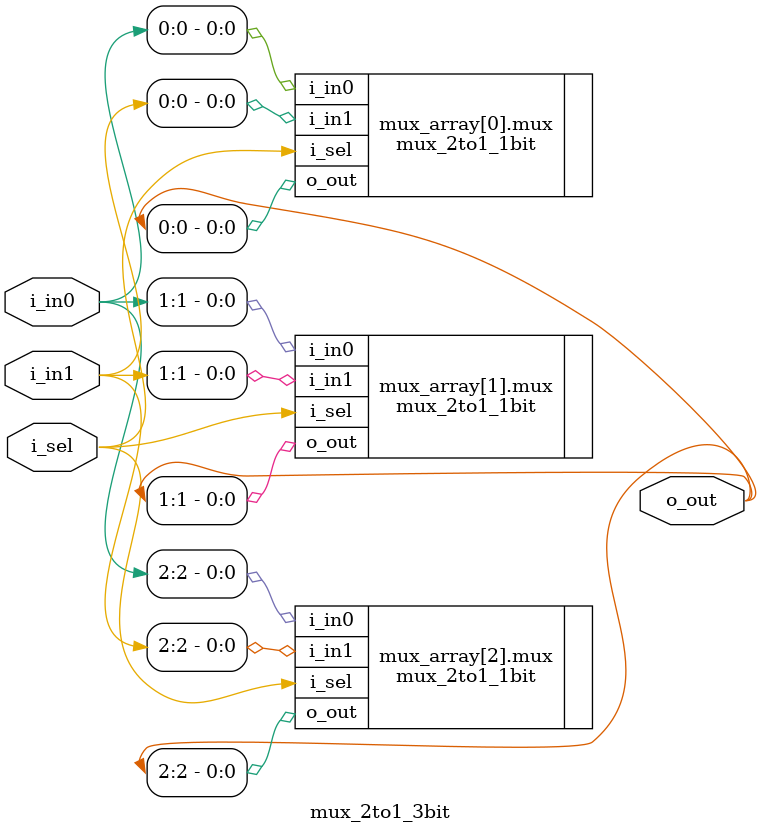
<source format=sv>
module mux_2to1_3bit (
	input  wire [2:0] i_in0,   // Input 0 (3 bit)
	input  wire [2:0] i_in1,   // Input 1 (3 bit)
	input  wire       i_sel,   // Select line
	output wire [2:0] o_out    // Output (3 bit)
);
	genvar i;
	generate
		for(i=0; i < 3; i = i +1) begin: mux_array
           		 mux_2to1_1bit mux (
                		.i_in0(i_in0[i]),
                		.i_in1(i_in1[i]),
                		.i_sel(i_sel),
                		.o_out(o_out[i])
            		);
		end
	endgenerate
endmodule

</source>
